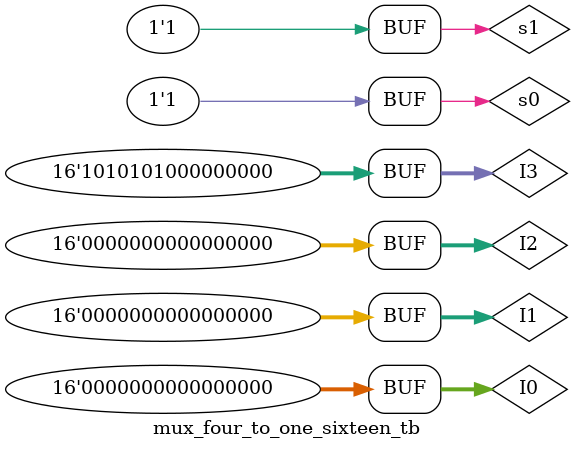
<source format=v>
module mux_four_to_one_sixteen_tb;

reg [15:0] I0, I1, I2, I3;

reg s1, s0;

wire [15:0] qout;

mux_four_to_one_sixteen u1(I0,I1,I2,I3,s1,s0,qout);
initial begin
$monitor("%d I0=%b, I1=%b, I2=%b, I3=%b, s1=%b, s0=%b, qout=%b",$time, I0, I1, I2, I3, s1, s0, qout);
#20
I0=16'hAA00;
I1=16'h00;
I2=16'h00;
I3=16'h00;
s1=0;
s0=0;
#20
I0=16'h00;
I1=16'hAA00;
I2=16'h00;
I3=16'h00;
s1=0;
s0=1;
#20
I0=16'h00;
I1=16'h00;
I2=16'hAA00;
I3=16'h00;
s1=1;
s0=0;
#20
I0=16'h00;
I1=16'h00;
I2=16'h00;
I3=16'hAA00;
s1=1;
s0=1;
end 
endmodule

</source>
